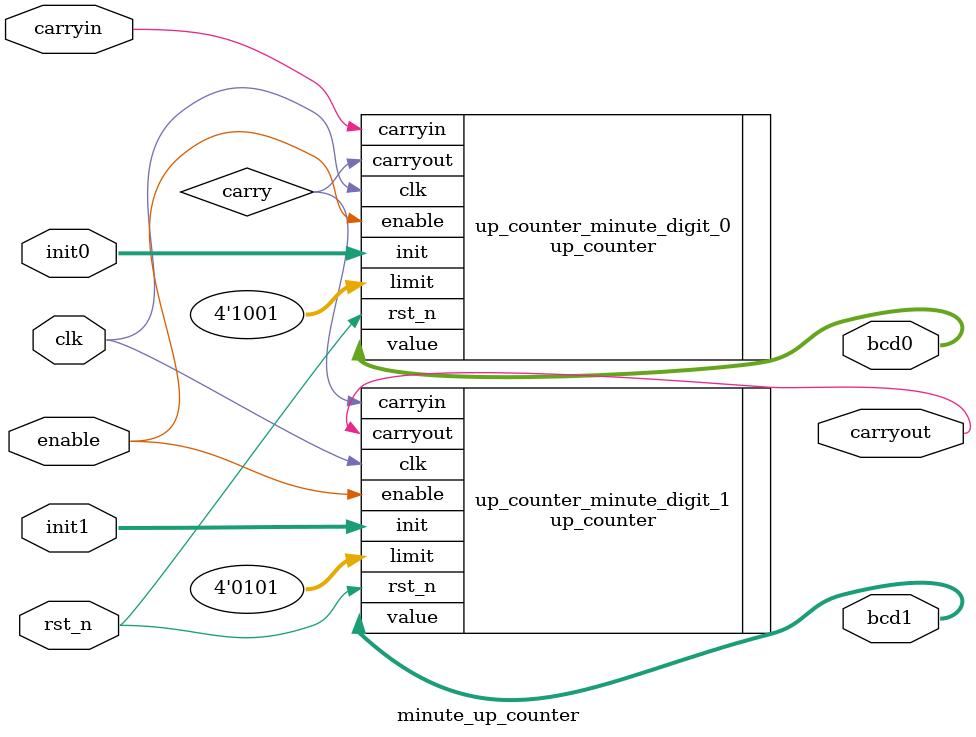
<source format=v>
module minute_up_counter(
  output [3:0] bcd0,
  output [3:0] bcd1,

  output       carryout,
  input        carryin,

  input  [3:0] init0,
  input  [3:0] init1,

  input        clk,
  input        enable,
  input        rst_n
);
  wire carry;

  up_counter up_counter_minute_digit_0(
    .value   (bcd0),
    .carryout(carry),
    .carryin (carryin),
    .init    (init0),
    .limit   (4'd9),
    .clk     (clk),
    .enable  (enable),
    .rst_n   (rst_n)
  );

  up_counter up_counter_minute_digit_1(
    .value   (bcd1),
    .carryout(carryout),
    .carryin (carry),
    .init    (init1),
    .limit   (4'd5),
    .clk     (clk),
    .enable  (enable),
    .rst_n   (rst_n)
  );

endmodule

</source>
